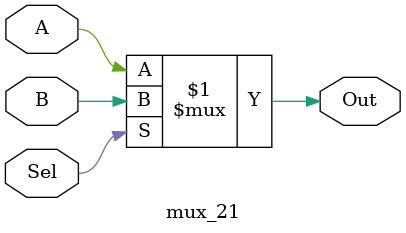
<source format=v>
`timescale 1ns / 1ps


module mux_21#(parameter WL = 1)
                (input Sel, input signed [WL-1:0]A, B,
                    output signed [WL-1:0] Out);

assign Out = Sel ? B : A;

endmodule

</source>
